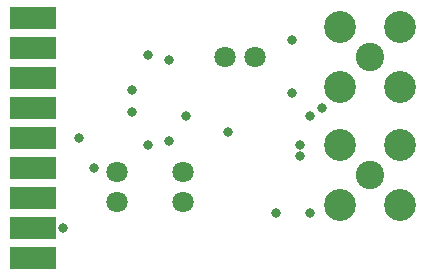
<source format=gbs>
G04 Layer_Color=8150272*
%FSLAX25Y25*%
%MOIN*%
G70*
G01*
G75*
%ADD35R,0.15200X0.07800*%
%ADD36C,0.09461*%
%ADD37C,0.10642*%
%ADD38C,0.07099*%
%ADD39C,0.03200*%
D35*
X110000Y407500D02*
D03*
Y417500D02*
D03*
Y427500D02*
D03*
Y437500D02*
D03*
Y447500D02*
D03*
Y457500D02*
D03*
Y467500D02*
D03*
Y477500D02*
D03*
Y487500D02*
D03*
D36*
X222500Y435000D02*
D03*
Y474500D02*
D03*
D37*
X232500Y445000D02*
D03*
Y425000D02*
D03*
X212500D02*
D03*
Y445000D02*
D03*
X232500Y484500D02*
D03*
Y464500D02*
D03*
X212500D02*
D03*
Y484500D02*
D03*
D38*
X160000Y426000D02*
D03*
Y436000D02*
D03*
X138000Y426000D02*
D03*
Y436000D02*
D03*
X174000Y474500D02*
D03*
X184000D02*
D03*
D39*
X196500Y480000D02*
D03*
X160900Y454700D02*
D03*
X148500Y445000D02*
D03*
X155500Y446500D02*
D03*
X148500Y475000D02*
D03*
X155500Y473500D02*
D03*
X196398Y462398D02*
D03*
X175000Y449500D02*
D03*
X143000Y456000D02*
D03*
Y463500D02*
D03*
X125500Y447500D02*
D03*
X130500Y437500D02*
D03*
X199000Y445000D02*
D03*
X202500Y454720D02*
D03*
X206500Y457279D02*
D03*
X191000Y422500D02*
D03*
X202500D02*
D03*
X199000Y441500D02*
D03*
X120000Y417500D02*
D03*
M02*

</source>
